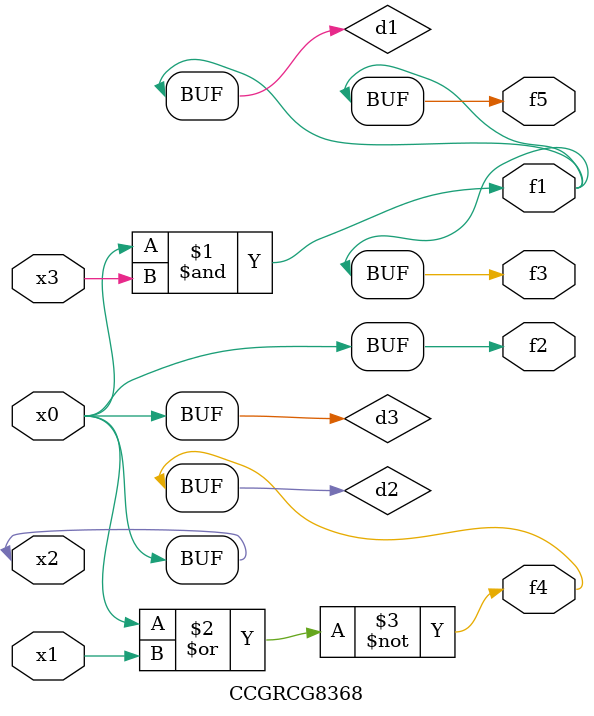
<source format=v>
module CCGRCG8368(
	input x0, x1, x2, x3,
	output f1, f2, f3, f4, f5
);

	wire d1, d2, d3;

	and (d1, x2, x3);
	nor (d2, x0, x1);
	buf (d3, x0, x2);
	assign f1 = d1;
	assign f2 = d3;
	assign f3 = d1;
	assign f4 = d2;
	assign f5 = d1;
endmodule

</source>
